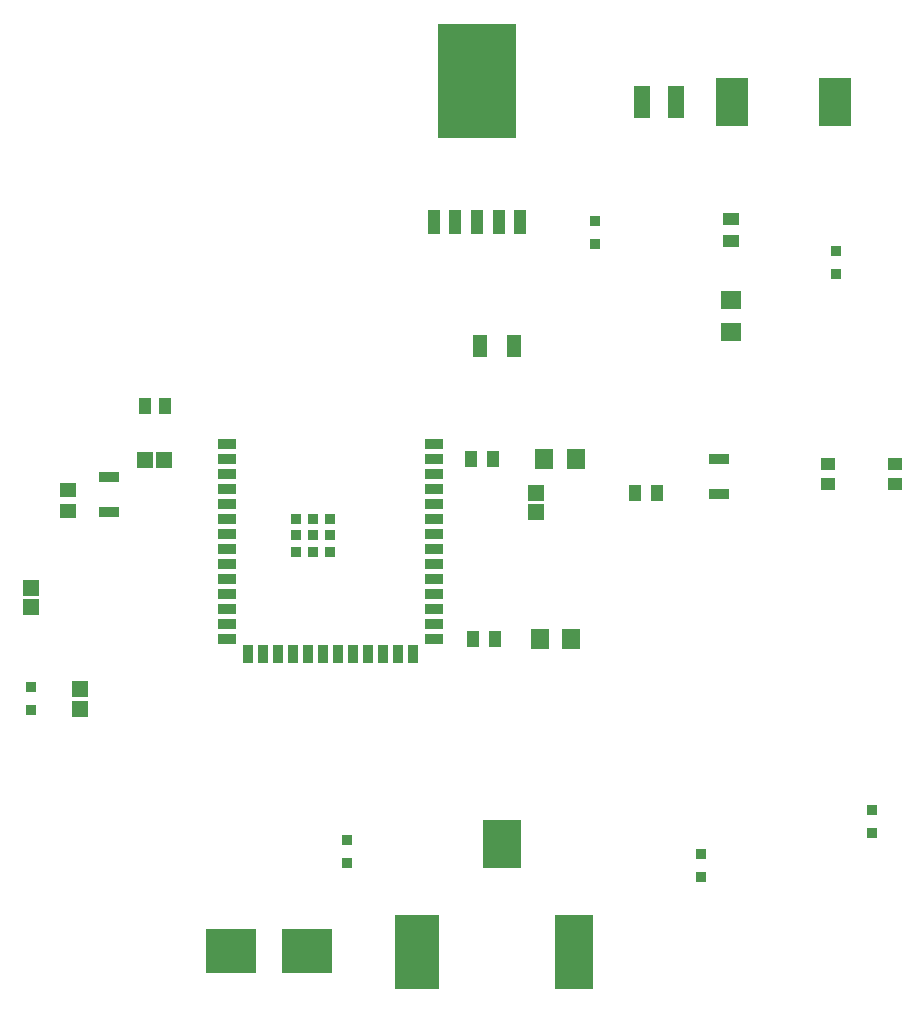
<source format=gbr>
%FSTAX23Y23*%
%MOMM*%
%SFA1B1*%

%IPPOS*%
%ADD17R,1.066798X1.346197*%
%ADD18R,4.241792X3.809992*%
%ADD19R,0.888998X0.952498*%
%ADD20R,3.299993X4.059992*%
%ADD21R,3.299993X6.349987*%
%ADD22R,3.809992X6.349987*%
%ADD23R,1.449997X1.349997*%
%ADD24R,1.729997X0.969998*%
%ADD25R,1.449997X1.149998*%
%ADD26R,1.369997X2.809994*%
%ADD27R,1.289997X1.909996*%
%ADD28R,2.699995X4.099992*%
%ADD29R,1.349997X1.449997*%
%ADD30R,0.899998X0.899998*%
%ADD31R,1.499997X0.899998*%
%ADD32R,0.899998X1.499997*%
%ADD33R,0.999998X1.419997*%
%ADD34R,0.999998X2.049996*%
%ADD35R,6.699987X9.699981*%
%ADD36R,1.419997X0.999998*%
%ADD37R,1.749997X1.499997*%
%ADD38R,1.499997X1.749997*%
%ADD39R,1.199998X0.999998*%
%LNpcb1_paste_top-1*%
%LPD*%
G54D17*
X1957Y53213D03*
X21323D03*
G54D18*
X33286Y07112D03*
X26911D03*
G54D19*
X66675Y15322D03*
Y13379D03*
X78105Y66332D03*
Y64389D03*
X09906Y27476D03*
Y29419D03*
X81153Y17062D03*
Y19005D03*
X36703Y16465D03*
Y14522D03*
X57658Y66973D03*
Y68916D03*
G54D20*
X49779Y16124D03*
G54D21*
X5588Y06985D03*
G54D22*
X42589Y06985D03*
G54D23*
X52705Y44259D03*
Y45909D03*
X14097Y27622D03*
Y29272D03*
X09906Y37844D03*
Y36195D03*
G54D24*
X68199Y48723D03*
Y45763D03*
X16553Y44239D03*
Y47199D03*
G54D25*
X13081Y44311D03*
Y46111D03*
G54D26*
X61698Y78994D03*
X64538D03*
G54D27*
X47942Y58293D03*
X50862D03*
G54D28*
X78034Y78994D03*
X69284D03*
G54D29*
X21209Y48641D03*
X19558D03*
G54D30*
X33818Y42317D03*
X32418D03*
X35218D03*
X32418Y40917D03*
X33818D03*
X35218D03*
X32418Y43717D03*
X33818D03*
X35218D03*
G54D31*
X26568Y50038D03*
Y48768D03*
Y47498D03*
Y46228D03*
Y44958D03*
Y43688D03*
Y42418D03*
Y41148D03*
Y39878D03*
Y38608D03*
Y37338D03*
Y36068D03*
Y34798D03*
Y33528D03*
X44069D03*
Y34798D03*
Y36068D03*
Y37338D03*
Y38608D03*
Y39878D03*
Y41148D03*
Y42418D03*
Y43688D03*
Y44958D03*
Y46228D03*
Y47498D03*
Y48768D03*
Y50038D03*
G54D32*
X28333Y32277D03*
X29603D03*
X30873D03*
X32143D03*
X33413D03*
X34683D03*
X35953D03*
X37223D03*
X38493D03*
X39763D03*
X41033D03*
X42303D03*
G54D33*
X6291Y45847D03*
X6104D03*
X47324Y33528D03*
X49194D03*
X47197Y48768D03*
X49067D03*
G54D34*
X44039Y68834D03*
X45869D03*
X47699D03*
X4953D03*
X51359D03*
G54D35*
X47699Y80733D03*
G54D36*
X69215Y67183D03*
Y69052D03*
G54D37*
X69215Y6223D03*
Y59529D03*
G54D38*
X53005Y33528D03*
X55705D03*
X53386Y48768D03*
X56086D03*
G54D39*
X83063Y48325D03*
Y46625D03*
X77463Y48325D03*
Y46625D03*
M02*
</source>
